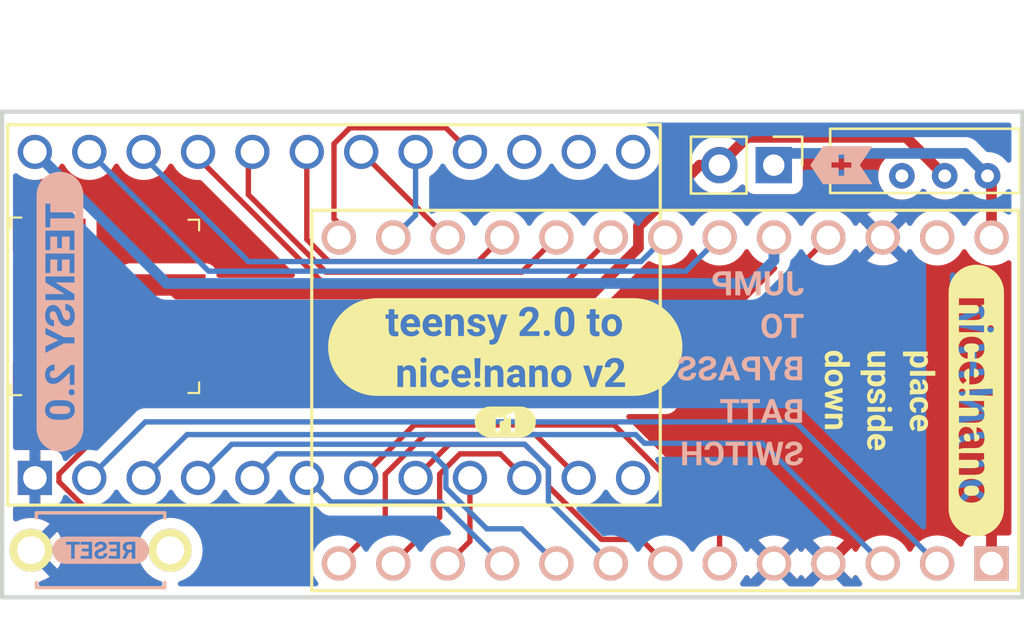
<source format=kicad_pcb>
(kicad_pcb (version 20211014) (generator pcbnew)
  (title_block (title "teensy to nice!nano") (date "2023-01-22") (rev "R1"))
  (layers (0 "F.Cu" signal) (31 "B.Cu" signal) (34 "B.Paste" user) (35 "F.Paste" user) (36 "B.SilkS" user "B.Silkscreen") (37 "F.SilkS" user "F.Silkscreen") (38 "B.Mask" user) (39 "F.Mask" user) (44 "Edge.Cuts" user))
  (net 0 "")
  (net 1 "GND")
  (net 2 "/SCL")
  (net 3 "/SDA")
  (net 8 "VCC")
  (net 9 "+BATT")
  (net 10 "/ROW5")
  (net 11 "/ROW4")
  (net 12 "/ROW3")
  (net 13 "/ROW2")
  (net 14 "/ROW1")
  (net 15 "/ROW0")
  (net 16 "/LED_B")
  (net 17 "/LED_A")
  (net 18 "/COL13")
  (net 19 "/COL12")
  (net 20 "/COL11")
  (net 21 "/LED_C")
  (net 22 "/COL10")
  (net 23 "/COL9")
  (net 24 "/COL8")
  (net 25 "/COL7")
  (net 27 "/RST")
  (net 28 "Net-(J1-Pad2)")
  (footprint "tahnok:PinHeader_2x1mm_P2mm_SMD_RA" (layer "F.Cu") (at 53.25 44.1 90)
    (fp_text reference "J1" hide)
    (fp_text value "Conn_01x02_Female")
    (pad "" smd rect (at -3.35 -5.55 90) (size 1.5 3.4) (layers "F.Cu" "F.Paste" "F.Mask"))
    (pad "" smd rect (at 3.35 -5.55 90) (size 1.5 3.4) (layers "F.Cu" "F.Paste" "F.Mask"))
    (pad "1" smd rect (at -1 0 90) (size 1 3.5) (layers "F.Cu" "F.Paste" "F.Mask") (net 1 "GND"))
    (pad "2" smd rect (at 1 0 90) (size 1 3.5) (layers "F.Cu" "F.Paste" "F.Mask") (net 28 "Net-(J1-Pad2)"))
  )
  (footprint "kibuzzard-63CD68E3" (layer "F.Cu") (at 91 48.5 -90)
    (fp_text reference "kibuzzard-63CD68E3" hide)
    (fp_text value "G***" hide)
  )
  (footprint "kibuzzard-63CD8B85" (layer "F.Cu") (at 69 46)
    (fp_text reference "kibuzzard-63CD8B85" hide)
    (fp_text value "G***" hide)
  )
  (footprint "tahnok:ResetSW" (layer "F.Cu") (at 50.1 55.5)
    (fp_text reference "SW1" hide)
    (fp_text value "SW_SPST" hide)
    (pad "1" thru_hole circle (at 3.25 0) (size 2 2) (drill 1.3) (layers *.Cu *.Mask "F.SilkS") (net 27 "/RST"))
    (pad "2" thru_hole circle (at -3.25 0) (size 2 2) (drill 1.3) (layers *.Cu *.Mask "F.SilkS") (net 1 "GND"))
  )
  (footprint "tahnok:Teensy2.0_trim" (layer "F.Cu") (at 61 44.5)
    (fp_text reference "U1" hide)
    (fp_text value "Teensy2.0")
    (pad "1" thru_hole rect (at -13.97 7.62) (size 1.6 1.6) (drill 1.1) (layers *.Cu *.Mask) (net 1 "GND"))
    (pad "2" thru_hole circle (at -11.43 7.62) (size 1.6 1.6) (drill 1.1) (layers *.Cu *.Mask) (net 25 "/COL7"))
    (pad "3" thru_hole circle (at -8.89 7.62) (size 1.6 1.6) (drill 1.1) (layers *.Cu *.Mask) (net 24 "/COL8"))
    (pad "4" thru_hole circle (at -6.35 7.62) (size 1.6 1.6) (drill 1.1) (layers *.Cu *.Mask) (net 23 "/COL9"))
    (pad "5" thru_hole circle (at -3.81 7.62) (size 1.6 1.6) (drill 1.1) (layers *.Cu *.Mask) (net 22 "/COL10"))
    (pad "6" thru_hole circle (at -1.27 7.62) (size 1.6 1.6) (drill 1.1) (layers *.Cu *.Mask) (net 21 "/LED_C"))
    (pad "7" thru_hole circle (at 1.27 7.62) (size 1.6 1.6) (drill 1.1) (layers *.Cu *.Mask) (net 2 "/SCL"))
    (pad "8" thru_hole circle (at 3.81 7.62) (size 1.6 1.6) (drill 1.1) (layers *.Cu *.Mask) (net 3 "/SDA"))
    (pad "9" thru_hole circle (at 6.35 7.62) (size 1.6 1.6) (drill 1.1) (layers *.Cu *.Mask) (net 20 "/COL11"))
    (pad "10" thru_hole circle (at 8.89 7.62) (size 1.6 1.6) (drill 1.1) (layers *.Cu *.Mask) (net 19 "/COL12"))
    (pad "11" thru_hole circle (at 11.43 7.62) (size 1.6 1.6) (drill 1.1) (layers *.Cu *.Mask) (net 18 "/COL13"))
    (pad "12" thru_hole circle (at 13.97 7.62) (size 1.6 1.6) (drill 1.1) (layers *.Cu *.Mask))
    (pad "13" thru_hole circle (at 13.97 -7.62) (size 1.6 1.6) (drill 1.1) (layers *.Cu *.Mask))
    (pad "14" thru_hole circle (at 11.43 -7.62) (size 1.6 1.6) (drill 1.1) (layers *.Cu *.Mask))
    (pad "15" thru_hole circle (at 8.89 -7.62) (size 1.6 1.6) (drill 1.1) (layers *.Cu *.Mask))
    (pad "16" thru_hole circle (at 6.35 -7.62) (size 1.6 1.6) (drill 1.1) (layers *.Cu *.Mask) (net 17 "/LED_A"))
    (pad "17" thru_hole circle (at 3.81 -7.62) (size 1.6 1.6) (drill 1.1) (layers *.Cu *.Mask) (net 16 "/LED_B"))
    (pad "18" thru_hole circle (at 1.27 -7.62) (size 1.6 1.6) (drill 1.1) (layers *.Cu *.Mask) (net 15 "/ROW0"))
    (pad "19" thru_hole circle (at -1.27 -7.62) (size 1.6 1.6) (drill 1.1) (layers *.Cu *.Mask) (net 14 "/ROW1"))
    (pad "20" thru_hole circle (at -3.81 -7.62) (size 1.6 1.6) (drill 1.1) (layers *.Cu *.Mask) (net 13 "/ROW2"))
    (pad "21" thru_hole circle (at -6.35 -7.62) (size 1.6 1.6) (drill 1.1) (layers *.Cu *.Mask) (net 12 "/ROW3"))
    (pad "22" thru_hole circle (at -8.89 -7.62) (size 1.6 1.6) (drill 1.1) (layers *.Cu *.Mask) (net 11 "/ROW4"))
    (pad "23" thru_hole circle (at -11.43 -7.62) (size 1.6 1.6) (drill 1.1) (layers *.Cu *.Mask) (net 10 "/ROW5"))
    (pad "24" thru_hole circle (at -13.97 -7.62) (size 1.6 1.6) (drill 1.1) (layers *.Cu *.Mask) (net 8 "VCC"))
  )
  (footprint "kibuzzard-63CD68FE" (layer "F.Cu") (at 86.5 48.5 -90)
    (fp_text reference "kibuzzard-63CD68FE" hide)
    (fp_text value "G***" hide)
  )
  (footprint "kibuzzard-63CD8F8E" (layer "F.Cu") (at 69 49.5)
    (fp_text reference "kibuzzard-63CD8F8E" hide)
    (fp_text value "G***" hide)
  )
  (footprint "tahnok:SPDT_right_angle" (layer "F.Cu") (at 91.525 38 180)
    (fp_text reference "SW2" hide)
    (fp_text value "SW_SPDT")
    (pad "1" thru_hole circle (at 0 0 180) (size 1.2 1.2) (drill 0.6) (layers *.Cu *.Mask) (net 9 "+BATT"))
    (pad "2" thru_hole circle (at 2 0 180) (size 1.2 1.2) (drill 0.6) (layers *.Cu *.Mask) (net 28 "Net-(J1-Pad2)"))
    (pad "3" thru_hole circle (at 4 0 180) (size 1.2 1.2) (drill 0.6) (layers *.Cu *.Mask))
  )
  (footprint "Connector_PinHeader_2.54mm:PinHeader_1x02_P2.54mm_Vertical" (layer "F.Cu") (at 81.54 37.5 -90)
    (fp_text reference "J2" hide)
    (fp_text value "Conn_01x02_Female")
    (pad "1" thru_hole rect (at 0 0 270) (size 1.7 1.7) (drill 1) (layers *.Cu *.Mask) (net 9 "+BATT"))
    (pad "2" thru_hole oval (at 0 2.54 270) (size 1.7 1.7) (drill 1) (layers *.Cu *.Mask) (net 28 "Net-(J1-Pad2)"))
  )
  (footprint "kibuzzard-63CD6A48" (layer "B.Cu") (at 84.7 37.5 180)
    (fp_text reference "kibuzzard-63CD6A48" hide)
    (fp_text value "G***" hide)
  )
  (footprint "kibuzzard-63CD6B63" (layer "B.Cu") (at 80 47 180)
    (fp_text reference "kibuzzard-63CD6B63" hide)
    (fp_text value "G***" hide)
  )
  (footprint "kibuzzard-63CD60DD" (layer "B.Cu") (at 50.1 55.5 180)
    (fp_text reference "kibuzzard-63CD60DD" hide)
    (fp_text value "G***" hide)
  )
  (footprint "tahnok:nice!nano v2" (layer "B.Cu") (at 75.2 48.5 180)
    (fp_text reference "U2" hide)
    (fp_text value "nice!nano_v2")
    (pad "1" thru_hole rect (at -16.51 -7.62 180) (size 1.6 1.6) (drill 1.1) (layers *.Mask "F.Cu" "In1.Cu" "B.Cu" "B.SilkS") (net 1 "GND"))
    (pad "2" thru_hole circle (at -13.97 -7.62 180) (size 1.6 1.6) (drill 1.1) (layers *.Mask "F.Cu" "In1.Cu" "B.Cu" "B.SilkS") (net 25 "/COL7"))
    (pad "3" thru_hole circle (at -11.43 -7.62 180) (size 1.6 1.6) (drill 1.1) (layers *.Cu *.Mask "B.SilkS") (net 24 "/COL8"))
    (pad "4" thru_hole circle (at -8.89 -7.62 180) (size 1.6 1.6) (drill 1.1) (layers *.Cu *.Mask "B.SilkS") (net 1 "GND"))
    (pad "5" thru_hole circle (at -6.35 -7.62 180) (size 1.6 1.6) (drill 1.1) (layers *.Cu *.Mask "B.SilkS") (net 1 "GND"))
    (pad "6" thru_hole circle (at -3.81 -7.62 180) (size 1.6 1.6) (drill 1.1) (layers *.Cu *.Mask "B.SilkS") (net 2 "/SCL"))
    (pad "7" thru_hole circle (at -1.27 -7.62 180) (size 1.6 1.6) (drill 1.1) (layers *.Cu *.Mask "B.SilkS") (net 3 "/SDA"))
    (pad "8" thru_hole circle (at 1.27 -7.62 180) (size 1.6 1.6) (drill 1.1) (layers *.Cu *.Mask "B.SilkS") (net 23 "/COL9"))
    (pad "9" thru_hole circle (at 3.81 -7.62 180) (size 1.6 1.6) (drill 1.1) (layers *.Cu *.Mask "B.SilkS") (net 22 "/COL10"))
    (pad "10" thru_hole circle (at 6.35 -7.62 180) (size 1.6 1.6) (drill 1.1) (layers *.Cu *.Mask "B.SilkS") (net 21 "/LED_C"))
    (pad "11" thru_hole circle (at 8.89 -7.62 180) (size 1.6 1.6) (drill 1.1) (layers *.Cu *.Mask "B.SilkS") (net 20 "/COL11"))
    (pad "12" thru_hole circle (at 11.43 -7.62 180) (size 1.6 1.6) (drill 1.1) (layers *.Cu *.Mask "B.SilkS") (net 19 "/COL12"))
    (pad "13" thru_hole circle (at 13.97 -7.62 180) (size 1.6 1.6) (drill 1.1) (layers *.Cu *.Mask "B.SilkS") (net 18 "/COL13"))
    (pad "14" thru_hole circle (at 13.97 7.62 180) (size 1.6 1.6) (drill 1.1) (layers *.Cu *.Mask "B.SilkS") (net 17 "/LED_A"))
    (pad "15" thru_hole circle (at 11.43 7.62 180) (size 1.6 1.6) (drill 1.1) (layers *.Cu *.Mask "B.SilkS") (net 16 "/LED_B"))
    (pad "16" thru_hole circle (at 8.89 7.62 180) (size 1.6 1.6) (drill 1.1) (layers *.Cu *.Mask "B.SilkS") (net 15 "/ROW0"))
    (pad "17" thru_hole circle (at 6.35 7.62 180) (size 1.6 1.6) (drill 1.1) (layers *.Cu *.Mask "B.SilkS") (net 14 "/ROW1"))
    (pad "18" thru_hole circle (at 3.81 7.62 180) (size 1.6 1.6) (drill 1.1) (layers *.Cu *.Mask "B.SilkS") (net 13 "/ROW2"))
    (pad "19" thru_hole circle (at 1.27 7.62 180) (size 1.6 1.6) (drill 1.1) (layers *.Cu *.Mask "B.SilkS") (net 12 "/ROW3"))
    (pad "20" thru_hole circle (at -1.27 7.62 180) (size 1.6 1.6) (drill 1.1) (layers *.Cu *.Mask "B.SilkS") (net 11 "/ROW4"))
    (pad "21" thru_hole circle (at -3.81 7.62 180) (size 1.6 1.6) (drill 1.1) (layers *.Cu *.Mask "B.SilkS") (net 10 "/ROW5"))
    (pad "22" thru_hole circle (at -6.35 7.62 180) (size 1.6 1.6) (drill 1.1) (layers *.Cu *.Mask "B.SilkS") (net 8 "VCC"))
    (pad "23" thru_hole circle (at -8.89 7.62 180) (size 1.6 1.6) (drill 1.1) (layers *.Cu *.Mask "B.SilkS") (net 27 "/RST"))
    (pad "24" thru_hole circle (at -11.43 7.62 180) (size 1.6 1.6) (drill 1.1) (layers *.Cu *.Mask "B.SilkS") (net 1 "GND"))
    (pad "25" thru_hole circle (at -13.97 7.62 180) (size 1.6 1.6) (drill 1.1) (layers *.Cu *.Mask "B.SilkS"))
    (pad "26" thru_hole circle (at -16.51 7.62 180) (size 1.6 1.6) (drill 1.1) (layers *.Cu *.Mask "B.SilkS") (net 9 "+BATT"))
  )
  (footprint "kibuzzard-63CD693F" (layer "B.Cu") (at 48.2 44.35 -90)
    (fp_text reference "kibuzzard-63CD693F" hide)
    (fp_text value "G***" hide)
  )
  (gr_rect (start 93.15 35) (end 45.5 57.7) (layer "Edge.Cuts") (width 0.2) (fill none))
  (gr_text "TAHNOK" (at 91 48 90) (layer "B.Cu") (effects (font (size 2 2) (thickness 0.3) italic) (justify mirror)))
  (segment (start 64.745 49.645) (end 74.085991 49.645) (width 0.25) (layer "F.Cu") (net 2))
  (segment (start 79.01 54.569009) (end 79.01 56.12) (width 0.25) (layer "F.Cu") (net 2))
  (segment (start 62.27 52.12) (end 64.745 49.645) (width 0.25) (layer "F.Cu") (net 2))
  (segment (start 74.085991 49.645) (end 79.01 54.569009) (width 0.25) (layer "F.Cu") (net 2))
  (segment (start 69.905991 50.545) (end 71.015 51.654009) (width 0.25) (layer "F.Cu") (net 3))
  (segment (start 73.495 54.995) (end 75.345 54.995) (width 0.25) (layer "F.Cu") (net 3))
  (segment (start 66.385 50.545) (end 69.905991 50.545) (width 0.25) (layer "F.Cu") (net 3))
  (segment (start 71.015 51.654009) (end 71.015 52.515) (width 0.25) (layer "F.Cu") (net 3))
  (segment (start 75.345 54.995) (end 76.47 56.12) (width 0.25) (layer "F.Cu") (net 3))
  (segment (start 71.015 52.515) (end 73.495 54.995) (width 0.25) (layer "F.Cu") (net 3))
  (segment (start 64.81 52.12) (end 66.385 50.545) (width 0.25) (layer "F.Cu") (net 3))
  (segment (start 53.18 43.03) (end 47.03 36.88) (width 0.5) (layer "B.Cu") (net 8))
  (segment (start 81.55 40.88) (end 81.55 41.95) (width 0.5) (layer "B.Cu") (net 8))
  (segment (start 81.55 41.95) (end 80.47 43.03) (width 0.5) (layer "B.Cu") (net 8))
  (segment (start 80.47 43.03) (end 53.18 43.03) (width 0.5) (layer "B.Cu") (net 8))
  (segment (start 91.71 38.185) (end 91.525 38) (width 0.5) (layer "F.Cu") (net 9))
  (segment (start 91.71 40.88) (end 91.71 38.185) (width 0.5) (layer "F.Cu") (net 9))
  (segment (start 90.475 36.95) (end 82.09 36.95) (width 0.5) (layer "B.Cu") (net 9))
  (segment (start 91.525 38) (end 90.475 36.95) (width 0.5) (layer "B.Cu") (net 9))
  (segment (start 82.09 36.95) (end 81.54 37.5) (width 0.5) (layer "B.Cu") (net 9))
  (segment (start 55.145 42.455) (end 77.435 42.455) (width 0.25) (layer "B.Cu") (net 10))
  (segment (start 77.435 42.455) (end 79.01 40.88) (width 0.25) (layer "B.Cu") (net 10))
  (segment (start 49.57 36.88) (end 55.145 42.455) (width 0.25) (layer "B.Cu") (net 10))
  (segment (start 52.11 36.89) (end 52 37) (width 0.25) (layer "B.Cu") (net 11))
  (segment (start 75.345 42.005) (end 76.47 40.88) (width 0.25) (layer "B.Cu") (net 11))
  (segment (start 52.11 36.88) (end 52.11 36.89) (width 0.25) (layer "B.Cu") (net 11))
  (segment (start 52 37) (end 57.005 42.005) (width 0.25) (layer "B.Cu") (net 11))
  (segment (start 57.005 42.005) (end 75.345 42.005) (width 0.25) (layer "B.Cu") (net 11))
  (segment (start 60.436217 42.95) (end 54.65 37.163783) (width 0.25) (layer "F.Cu") (net 12))
  (segment (start 73.93 40.88) (end 71.86 42.95) (width 0.25) (layer "F.Cu") (net 12))
  (segment (start 54.65 37.163783) (end 54.65 36.88) (width 0.25) (layer "F.Cu") (net 12))
  (segment (start 71.86 42.95) (end 60.436217 42.95) (width 0.25) (layer "F.Cu") (net 12))
  (segment (start 57.12 36.88) (end 57 37) (width 0.25) (layer "F.Cu") (net 13))
  (segment (start 69.77 42.5) (end 71.39 40.88) (width 0.25) (layer "F.Cu") (net 13))
  (segment (start 57.19 36.88) (end 57.12 36.88) (width 0.25) (layer "F.Cu") (net 13))
  (segment (start 57 38.877387) (end 60.622613 42.5) (width 0.25) (layer "F.Cu") (net 13))
  (segment (start 60.622613 42.5) (end 69.77 42.5) (width 0.25) (layer "F.Cu") (net 13))
  (segment (start 57 37) (end 57 38.877387) (width 0.25) (layer "F.Cu") (net 13))
  (segment (start 59.73 40.970991) (end 59.73 36.88) (width 0.25) (layer "F.Cu") (net 14))
  (segment (start 68.85 40.88) (end 67.725 42.005) (width 0.25) (layer "F.Cu") (net 14))
  (segment (start 60.764009 42.005) (end 59.73 40.970991) (width 0.25) (layer "F.Cu") (net 14))
  (segment (start 67.725 42.005) (end 60.764009 42.005) (width 0.25) (layer "F.Cu") (net 14))
  (segment (start 66.27 40.88) (end 66.31 40.88) (width 0.25) (layer "F.Cu") (net 15))
  (segment (start 62.27 36.88) (end 66.27 40.88) (width 0.25) (layer "F.Cu") (net 15))
  (segment (start 64.81 36.88) (end 64.81 39.84) (width 0.25) (layer "B.Cu") (net 16))
  (segment (start 64.81 39.84) (end 63.77 40.88) (width 0.25) (layer "B.Cu") (net 16))
  (segment (start 61 36.5) (end 61 40) (width 0.25) (layer "F.Cu") (net 17))
  (segment (start 61.23 40.23) (end 61 40) (width 0.25) (layer "F.Cu") (net 17))
  (segment (start 61.745 35.755) (end 61 36.5) (width 0.25) (layer "F.Cu") (net 17))
  (segment (start 61.23 40.88) (end 61.23 40.23) (width 0.25) (layer "F.Cu") (net 17))
  (segment (start 67.35 36.88) (end 66.225 35.755) (width 0.25) (layer "F.Cu") (net 17))
  (segment (start 66.225 35.755) (end 61.745 35.755) (width 0.25) (layer "F.Cu") (net 17))
  (segment (start 72.43 52.12) (end 70.405 50.095) (width 0.25) (layer "F.Cu") (net 18))
  (segment (start 65.244009 50.095) (end 63.395 51.944009) (width 0.25) (layer "F.Cu") (net 18))
  (segment (start 63.395 51.944009) (end 63.395 53.955) (width 0.25) (layer "F.Cu") (net 18))
  (segment (start 70.405 50.095) (end 65.244009 50.095) (width 0.25) (layer "F.Cu") (net 18))
  (segment (start 63.395 53.955) (end 61.23 56.12) (width 0.25) (layer "F.Cu") (net 18))
  (segment (start 66.884009 50.995) (end 65.935 51.944009) (width 0.25) (layer "F.Cu") (net 19))
  (segment (start 68.765 50.995) (end 66.884009 50.995) (width 0.25) (layer "F.Cu") (net 19))
  (segment (start 69.89 52.12) (end 68.765 50.995) (width 0.25) (layer "F.Cu") (net 19))
  (segment (start 65.935 53.955) (end 63.77 56.12) (width 0.25) (layer "F.Cu") (net 19))
  (segment (start 65.935 51.944009) (end 65.935 53.955) (width 0.25) (layer "F.Cu") (net 19))
  (segment (start 67.35 55.08) (end 66.31 56.12) (width 0.25) (layer "F.Cu") (net 20))
  (segment (start 67.35 52.12) (end 67.35 55.08) (width 0.25) (layer "F.Cu") (net 20))
  (segment (start 59.73 52.12) (end 60.855 53.245) (width 0.25) (layer "B.Cu") (net 21))
  (segment (start 60.855 53.245) (end 65.975 53.245) (width 0.25) (layer "B.Cu") (net 21))
  (segment (start 65.975 53.245) (end 68.85 56.12) (width 0.25) (layer "B.Cu") (net 21))
  (segment (start 65.565991 50.995) (end 66.225 51.654009) (width 0.25) (layer "B.Cu") (net 22))
  (segment (start 58.315 50.995) (end 65.565991 50.995) (width 0.25) (layer "B.Cu") (net 22))
  (segment (start 66.225 52.585991) (end 68.139009 54.5) (width 0.25) (layer "B.Cu") (net 22))
  (segment (start 69.77 54.5) (end 71.39 56.12) (width 0.25) (layer "B.Cu") (net 22))
  (segment (start 68.139009 54.5) (end 69.77 54.5) (width 0.25) (layer "B.Cu") (net 22))
  (segment (start 57.19 52.12) (end 58.315 50.995) (width 0.25) (layer "B.Cu") (net 22))
  (segment (start 66.225 51.654009) (end 66.225 52.585991) (width 0.25) (layer "B.Cu") (net 22))
  (segment (start 69.905991 50.545) (end 71.015 51.654009) (width 0.25) (layer "B.Cu") (net 23))
  (segment (start 54.65 52.12) (end 56.225 50.545) (width 0.25) (layer "B.Cu") (net 23))
  (segment (start 71.015 51.654009) (end 71.015 53.205) (width 0.25) (layer "B.Cu") (net 23))
  (segment (start 71.015 53.205) (end 73.93 56.12) (width 0.25) (layer "B.Cu") (net 23))
  (segment (start 56.225 50.545) (end 69.905991 50.545) (width 0.25) (layer "B.Cu") (net 23))
  (segment (start 52.11 52.12) (end 54.135 50.095) (width 0.25) (layer "B.Cu") (net 24))
  (segment (start 54.135 50.095) (end 75.095 50.095) (width 0.25) (layer "B.Cu") (net 24))
  (segment (start 75.5 50.5) (end 81.01 50.5) (width 0.25) (layer "B.Cu") (net 24))
  (segment (start 81.01 50.5) (end 86.63 56.12) (width 0.25) (layer "B.Cu") (net 24))
  (segment (start 75.095 50.095) (end 75.5 50.5) (width 0.25) (layer "B.Cu") (net 24))
  (segment (start 82.55 49.5) (end 52.19 49.5) (width 0.25) (layer "B.Cu") (net 25))
  (segment (start 89.17 56.12) (end 82.55 49.5) (width 0.25) (layer "B.Cu") (net 25))
  (segment (start 52.19 49.5) (end 49.57 52.12) (width 0.25) (layer "B.Cu") (net 25))
  (segment (start 51.359009 55.5) (end 48.155 52.295991) (width 0.25) (layer "F.Cu") (net 27))
  (segment (start 53.35 55.5) (end 51.359009 55.5) (width 0.25) (layer "F.Cu") (net 27))
  (segment (start 48.155 51.944009) (end 51.599009 48.5) (width 0.25) (layer "F.Cu") (net 27))
  (segment (start 48.155 52.295991) (end 48.155 51.944009) (width 0.25) (layer "F.Cu") (net 27))
  (segment (start 51.599009 48.5) (end 76.47 48.5) (width 0.25) (layer "F.Cu") (net 27))
  (segment (start 76.47 48.5) (end 84.09 40.88) (width 0.25) (layer "F.Cu") (net 27))
  (segment (start 53.25 43.1) (end 53.675 43.525) (width 0.5) (layer "F.Cu") (net 28))
  (segment (start 87.725 36.2) (end 89.525 38) (width 0.5) (layer "F.Cu") (net 28))
  (segment (start 79 37.5) (end 80.3 36.2) (width 0.5) (layer "F.Cu") (net 28))
  (segment (start 53.675 43.525) (end 73.052767 43.525) (width 0.5) (layer "F.Cu") (net 28))
  (segment (start 80.3 36.2) (end 87.725 36.2) (width 0.5) (layer "F.Cu") (net 28))
  (segment (start 73.052767 43.525) (end 75.22 41.357767) (width 0.5) (layer "F.Cu") (net 28))
  (segment (start 75.22 41.357767) (end 75.22 40.362233) (width 0.5) (layer "F.Cu") (net 28))
  (segment (start 78.082233 37.5) (end 79 37.5) (width 0.5) (layer "F.Cu") (net 28))
  (segment (start 75.22 40.362233) (end 78.082233 37.5) (width 0.5) (layer "F.Cu") (net 28))
  (zone (net 1) (net_name "GND") (layers F&B.Cu) (connect_pads (clearance 0.508)) (min_thickness 0.254) (fill yes (thermal_gap 0.508) (thermal_bridge_width 0.508))
    (polygon (pts (xy 93.15 35) (xy 45.5 35) (xy 45.5 57.7) (xy 93.15 57.7)))
  )
)
</source>
